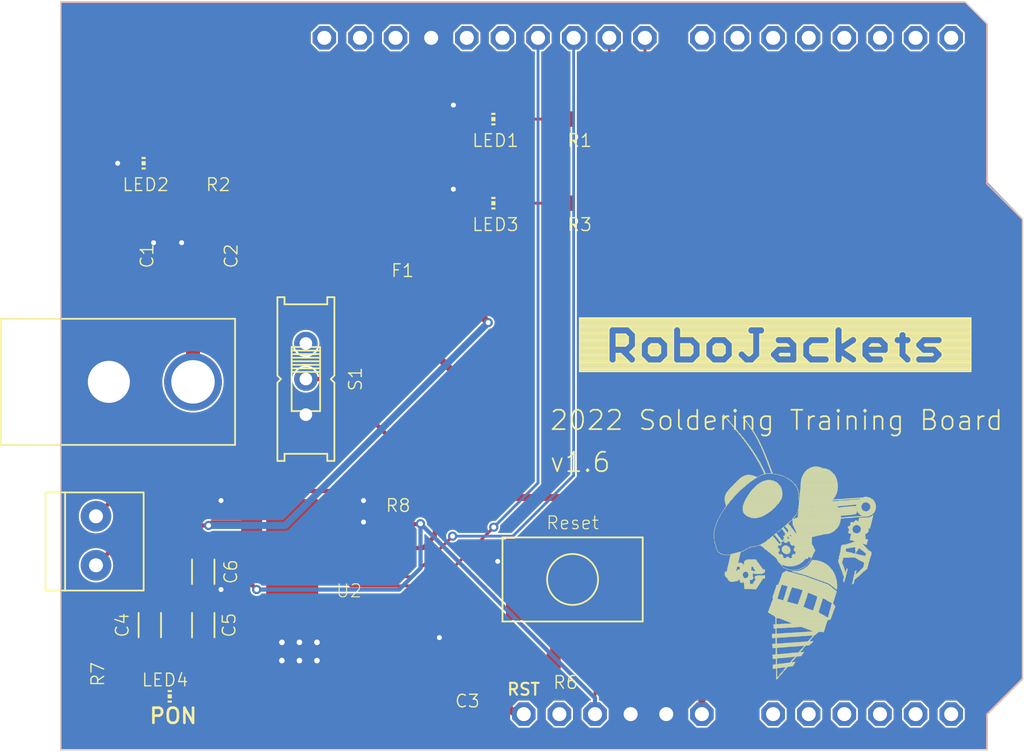
<source format=kicad_pcb>
(kicad_pcb (version 20221018) (generator pcbnew)
  (layers (0 "F.Cu" signal) (31 "B.Cu" signal) (34 "B.Paste" user) (35 "F.Paste" user) (36 "B.SilkS" user "B.Silkscreen") (37 "F.SilkS" user "F.Silkscreen") (38 "B.Mask" user) (39 "F.Mask" user) (44 "Edge.Cuts" user))
  (net 0 "")
  (net 1 "GND")
  (net 2 "3V")
  (net 3 "+12V")
  (net 4 "+5V")
  (net 5 "M1_FWD")
  (net 6 "M1_REV")
  (net 7 "N$14")
  (net 8 "N$15")
  (net 9 "N$16")
  (net 10 "N$10")
  (net 11 "N$11")
  (net 12 "RESET")
  (net 13 "OUT1")
  (net 14 "OUT2")
  (net 15 "VCP")
  (net 16 "CPH")
  (net 17 "CPL")
  (net 18 "VM")
  (net 19 "N$8")
  (net 20 "~{SLEEP}")
  (footprint "training_board:EG1218" (layer "F.Cu") (at 131.6811 105.2536 -90)
    (fp_text reference "S1" (at 0 -3 90) (layer "F.SilkS") (effects (font (size 0.906528 0.906528) (thickness 0.093472)) (justify top)))
    (fp_text value "EG1903-ND" hide)
    (pad "O" thru_hole circle (at -2.54 0 270) (size 1.6764 1.6764) (drill 0.9) (layers "*.Cu" "*.Mask"))
    (pad "P" thru_hole circle (at 0 0 270) (size 1.6764 1.6764) (drill 0.9) (layers "*.Cu" "*.Mask") (net 20 "~{SLEEP}"))
    (pad "S" thru_hole circle (at 2.54 0 270) (size 1.6764 1.6764) (drill 0.9) (layers "*.Cu" "*.Mask") (net 1 "GND"))
  )
  (footprint "training_board:CHIP-LED0603" (layer "F.Cu") (at 120.2611 89.8536 90)
    (fp_text reference "LED2" (at -1 0) (layer "F.SilkS") (effects (font (size 0.906528 0.906528) (thickness 0.093472)) (justify top)))
    (fp_text value "GREEN" hide)
    (pad "A" smd rect (at 0 0.75 90) (size 0.8 0.8) (layers "F.Cu" "F.Paste" "F.Mask") (net 9 "N$16"))
    (pad "C" smd rect (at 0 -0.75 90) (size 0.8 0.8) (layers "F.Cu" "F.Paste" "F.Mask") (net 1 "GND"))
  )
  (footprint "training_board:CAPC1608X85" (layer "F.Cu") (at 120.5511 122.8136 -90)
    (fp_text reference "C4" (at 0 1.4341 90) (layer "F.SilkS") (effects (font (size 0.906528 0.906528) (thickness 0.093472)) (justify bottom)))
    (fp_text value "0.1 uF")
    (pad "1" smd rect (at -0.7746 0 270) (size 0.9209 0.9702) (layers "F.Cu" "F.Paste" "F.Mask") (net 18 "VM"))
    (pad "2" smd rect (at 0.7746 0 270) (size 0.9209 0.9702) (layers "F.Cu" "F.Paste" "F.Mask") (net 1 "GND"))
  )
  (footprint "training_board:F1812" (layer "F.Cu") (at 139.6011 99.9536)
    (fp_text reference "F1" (at -1.905 -1.905) (layer "F.SilkS") (effects (font (size 0.906528 0.906528) (thickness 0.093472)) (justify left bottom)))
    (fp_text value "350 mA")
    (pad "1" smd rect (at -1.95 0) (size 1.9 3.4) (layers "F.Cu" "F.Paste" "F.Mask") (net 3 "+12V"))
    (pad "2" smd rect (at 1.95 0) (size 1.9 3.4) (layers "F.Cu" "F.Paste" "F.Mask") (net 18 "VM"))
  )
  (footprint "training_board:R0603" (layer "F.Cu") (at 118.0111 126.6236 90)
    (fp_text reference "R7" (at -0.635 -0.635 90) (layer "F.SilkS") (effects (font (size 0.906528 0.906528) (thickness 0.093472)) (justify left bottom)))
    (fp_text value "2.4K")
    (pad "1" smd rect (at -0.85 0 90) (size 1 1.1) (layers "F.Cu" "F.Paste" "F.Mask") (net 19 "N$8"))
    (pad "2" smd rect (at 0.85 0 90) (size 1 1.1) (layers "F.Cu" "F.Paste" "F.Mask") (net 18 "VM"))
  )
  (footprint "training_board:R0603" (layer "F.Cu") (at 150.2011 125.3736)
    (fp_text reference "R6" (at 0 1) (layer "F.SilkS") (effects (font (size 0.906528 0.906528) (thickness 0.093472)) (justify top)))
    (fp_text value "10K" hide)
    (pad "1" smd rect (at -0.85 0) (size 1 1.1) (layers "F.Cu" "F.Paste" "F.Mask") (net 12 "RESET"))
    (pad "2" smd rect (at 0.85 0) (size 1 1.1) (layers "F.Cu" "F.Paste" "F.Mask") (net 4 "+5V"))
  )
  (footprint "training_board:R0603" (layer "F.Cu") (at 125.4311 89.8536)
    (fp_text reference "R2" (at 0 1) (layer "F.SilkS") (effects (font (size 0.906528 0.906528) (thickness 0.093472)) (justify top)))
    (fp_text value "2.4K" hide)
    (pad "1" smd rect (at -0.85 0) (size 1 1.1) (layers "F.Cu" "F.Paste" "F.Mask") (net 9 "N$16"))
    (pad "2" smd rect (at 0.85 0) (size 1 1.1) (layers "F.Cu" "F.Paste" "F.Mask") (net 3 "+12V"))
  )
  (footprint "training_board:C0805" (layer "F.Cu") (at 143.2011 126.7036 180)
    (fp_text reference "C3" (at 0 -1) (layer "F.SilkS") (effects (font (size 0.906528 0.906528) (thickness 0.093472)) (justify top)))
    (fp_text value "0.1uF 16V" hide)
    (pad "1" smd rect (at -0.95 0 180) (size 1.3 1.5) (layers "F.Cu" "F.Paste" "F.Mask") (net 12 "RESET"))
    (pad "2" smd rect (at 0.95 0 180) (size 1.3 1.5) (layers "F.Cu" "F.Paste" "F.Mask") (net 1 "GND"))
  )
  (footprint "training_board:1X2-3.5MM" (layer "F.Cu") (at 116.7111 116.7436 -90)
    (fp_text reference "OUT0" hide)
    (fp_text value "1X2-3.5MM" hide)
    (pad "1" thru_hole circle (at 1.8 0 270) (size 2.1844 2.1844) (drill 1) (layers "*.Cu" "*.Mask") (net 14 "OUT2"))
    (pad "2" thru_hole circle (at -1.7 0 270) (size 2.1844 2.1844) (drill 1) (layers "*.Cu" "*.Mask") (net 13 "OUT1"))
  )
  (footprint "training_board:CHIP-LED0603" (layer "F.Cu") (at 145.2011 92.7036 90)
    (fp_text reference "LED3" (at -1 0) (layer "F.SilkS") (effects (font (size 0.906528 0.906528) (thickness 0.093472)) (justify top)))
    (fp_text value "ORANGE" hide)
    (pad "A" smd rect (at 0 0.75 90) (size 0.8 0.8) (layers "F.Cu" "F.Paste" "F.Mask") (net 8 "N$15"))
    (pad "C" smd rect (at 0 -0.75 90) (size 0.8 0.8) (layers "F.Cu" "F.Paste" "F.Mask") (net 1 "GND"))
  )
  (footprint "training_board:R0603" (layer "F.Cu") (at 151.2011 86.7036)
    (fp_text reference "R1" (at 0 1) (layer "F.SilkS") (effects (font (size 0.906528 0.906528) (thickness 0.093472)) (justify top)))
    (fp_text value "1K" hide)
    (pad "1" smd rect (at -0.85 0) (size 1 1.1) (layers "F.Cu" "F.Paste" "F.Mask") (net 7 "N$14"))
    (pad "2" smd rect (at 0.85 0) (size 1 1.1) (layers "F.Cu" "F.Paste" "F.Mask") (net 10 "N$10"))
  )
  (footprint "training_board:ROBOJACKETS" (layer "F.Cu") (at 151.2011 104.7036)
    (fp_text reference "U$1" hide)
    (fp_text value "" hide)
  )
  (footprint "training_board:CAPC1608X85" (layer "F.Cu") (at 124.3611 119.0036 -90)
    (fp_text reference "C6" (at 0 -1.4341 90) (layer "F.SilkS") (effects (font (size 0.906528 0.906528) (thickness 0.093472)) (justify top)))
    (fp_text value "22 nF")
    (pad "1" smd rect (at -0.7746 0 270) (size 0.9209 0.9702) (layers "F.Cu" "F.Paste" "F.Mask") (net 16 "CPH"))
    (pad "2" smd rect (at 0.7746 0 270) (size 0.9209 0.9702) (layers "F.Cu" "F.Paste" "F.Mask") (net 17 "CPL"))
  )
  (footprint "training_board:CHIP-LED0603" (layer "F.Cu") (at 121.8211 127.8936 -90)
    (fp_text reference "LED4" (at -0.635 1.905) (layer "F.SilkS") (effects (font (size 0.906528 0.906528) (thickness 0.093472)) (justify left bottom)))
    (fp_text value "GREEN")
    (pad "A" smd rect (at 0 0.75 270) (size 0.8 0.8) (layers "F.Cu" "F.Paste" "F.Mask") (net 19 "N$8"))
    (pad "C" smd rect (at 0 -0.75 270) (size 0.8 0.8) (layers "F.Cu" "F.Paste" "F.Mask") (net 1 "GND"))
  )
  (footprint "training_board:C0805" (layer "F.Cu") (at 124.8211 96.4736 90)
    (fp_text reference "C2" (at 0 1 90) (layer "F.SilkS") (effects (font (size 0.906528 0.906528) (thickness 0.093472)) (justify top)))
    (fp_text value "1uF 16V" hide)
    (pad "1" smd rect (at -0.95 0 90) (size 1.3 1.5) (layers "F.Cu" "F.Paste" "F.Mask") (net 3 "+12V"))
    (pad "2" smd rect (at 0.95 0 90) (size 1.3 1.5) (layers "F.Cu" "F.Paste" "F.Mask") (net 1 "GND"))
  )
  (footprint "training_board:ARDUINOR3-NOTEXT-NOIOREF" (layer "F.Cu") (at 114.2011 131.7036)
    (fp_text reference "Q2" hide)
    (fp_text value "ARDUINOR3-NOIOREF-NOTEXT" hide)
    (pad "3V" thru_hole roundrect (at 35.56 -2.54) (size 1.6764 1.6764) (drill 1) (layers "*.Cu" "*.Mask") (chamfer_ratio 0.2928932188) (chamfer top_left top_right bottom_left bottom_right) (net 2 "3V"))
    (pad "5V" thru_hole roundrect (at 38.1 -2.54) (size 1.6764 1.6764) (drill 1) (layers "*.Cu" "*.Mask") (chamfer_ratio 0.2928932188) (chamfer top_left top_right bottom_left bottom_right) (net 4 "+5V"))
    (pad "A0" thru_hole roundrect (at 50.8 -2.54) (size 1.6764 1.6764) (drill 1) (layers "*.Cu" "*.Mask") (chamfer_ratio 0.2928932188) (chamfer top_left top_right bottom_left bottom_right))
    (pad "A1" thru_hole roundrect (at 53.34 -2.54) (size 1.6764 1.6764) (drill 1) (layers "*.Cu" "*.Mask") (chamfer_ratio 0.2928932188) (chamfer top_left top_right bottom_left bottom_right))
    (pad "A2" thru_hole roundrect (at 55.88 -2.54) (size 1.6764 1.6764) (drill 1) (layers "*.Cu" "*.Mask") (chamfer_ratio 0.2928932188) (chamfer top_left top_right bottom_left bottom_right))
    (pad "A3" thru_hole roundrect (at 58.42 -2.54) (size 1.6764 1.6764) (drill 1) (layers "*.Cu" "*.Mask") (chamfer_ratio 0.2928932188) (chamfer top_left top_right bottom_left bottom_right))
    (pad "A4" thru_hole roundrect (at 60.96 -2.54) (size 1.6764 1.6764) (drill 1) (layers "*.Cu" "*.Mask") (chamfer_ratio 0.2928932188) (chamfer top_left top_right bottom_left bottom_right))
    (pad "A5" thru_hole roundrect (at 63.5 -2.54) (size 1.6764 1.6764) (drill 1) (layers "*.Cu" "*.Mask") (chamfer_ratio 0.2928932188) (chamfer top_left top_right bottom_left bottom_right))
    (pad "AREF" thru_hole roundrect (at 23.876 -50.8) (size 1.6764 1.6764) (drill 1) (layers "*.Cu" "*.Mask") (chamfer_ratio 0.2928932188) (chamfer top_left top_right bottom_left bottom_right))
    (pad "D0" thru_hole roundrect (at 63.5 -50.8) (size 1.6764 1.6764) (drill 1) (layers "*.Cu" "*.Mask") (chamfer_ratio 0.2928932188) (chamfer top_left top_right bottom_left bottom_right))
    (pad "D1" thru_hole roundrect (at 60.96 -50.8) (size 1.6764 1.6764) (drill 1) (layers "*.Cu" "*.Mask") (chamfer_ratio 0.2928932188) (chamfer top_left top_right bottom_left bottom_right))
    (pad "D2" thru_hole roundrect (at 58.42 -50.8) (size 1.6764 1.6764) (drill 1) (layers "*.Cu" "*.Mask") (chamfer_ratio 0.2928932188) (chamfer top_left top_right bottom_left bottom_right))
    (pad "D3" thru_hole roundrect (at 55.88 -50.8) (size 1.6764 1.6764) (drill 1) (layers "*.Cu" "*.Mask") (chamfer_ratio 0.2928932188) (chamfer top_left top_right bottom_left bottom_right))
    (pad "D4" thru_hole roundrect (at 53.34 -50.8) (size 1.6764 1.6764) (drill 1) (layers "*.Cu" "*.Mask") (chamfer_ratio 0.2928932188) (chamfer top_left top_right bottom_left bottom_right))
    (pad "D5" thru_hole roundrect (at 50.8 -50.8) (size 1.6764 1.6764) (drill 1) (layers "*.Cu" "*.Mask") (chamfer_ratio 0.2928932188) (chamfer top_left top_right bottom_left bottom_right))
    (pad "D6" thru_hole roundrect (at 48.26 -50.8) (size 1.6764 1.6764) (drill 1) (layers "*.Cu" "*.Mask") (chamfer_ratio 0.2928932188) (chamfer top_left top_right bottom_left bottom_right))
    (pad "D7" thru_hole roundrect (at 45.72 -50.8) (size 1.6764 1.6764) (drill 1) (layers "*.Cu" "*.Mask") (chamfer_ratio 0.2928932188) (chamfer top_left top_right bottom_left bottom_right))
    (pad "D8" thru_hole roundrect (at 41.656 -50.8) (size 1.6764 1.6764) (drill 1) (layers "*.Cu" "*.Mask") (chamfer_ratio 0.2928932188) (chamfer top_left top_right bottom_left bottom_right) (net 11 "N$11"))
    (pad "D9" thru_hole roundrect (at 39.116 -50.8) (size 1.6764 1.6764) (drill 1) (layers "*.Cu" "*.Mask") (chamfer_ratio 0.2928932188) (chamfer top_left top_right bottom_left bottom_right) (net 10 "N$10"))
    (pad "D10" thru_hole roundrect (at 36.576 -50.8) (size 1.6764 1.6764) (drill 1) (layers "*.Cu" "*.Mask") (chamfer_ratio 0.2928932188) (chamfer top_left top_right bottom_left bottom_right) (net 5 "M1_FWD"))
    (pad "D11" thru_hole roundrect (at 34.036 -50.8) (size 1.6764 1.6764) (drill 1) (layers "*.Cu" "*.Mask") (chamfer_ratio 0.2928932188) (chamfer top_left top_right bottom_left bottom_right) (net 6 "M1_REV"))
    (pad "D12" thru_hole roundrect (at 31.496 -50.8) (size 1.6764 1.6764) (drill 1) (layers "*.Cu" "*.Mask") (chamfer_ratio 0.2928932188) (chamfer top_left top_right bottom_left bottom_right))
    (pad "D13" thru_hole roundrect (at 28.956 -50.8) (size 1.6764 1.6764) (drill 1) (layers "*.Cu" "*.Mask") (chamfer_ratio 0.2928932188) (chamfer top_left top_right bottom_left bottom_right))
    (pad "GND" thru_hole roundrect (at 26.416 -50.8) (size 1.6764 1.6764) (drill 1) (layers "*.Cu" "*.Mask") (chamfer_ratio 0.2928932188) (chamfer top_left top_right bottom_left bottom_right) (net 1 "GND"))
    (pad "GND1" thru_hole roundrect (at 43.18 -2.54) (size 1.6764 1.6764) (drill 1) (layers "*.Cu" "*.Mask") (chamfer_ratio 0.2928932188) (chamfer top_left top_right bottom_left bottom_right) (net 1 "GND"))
    (pad "GND2" thru_hole roundrect (at 40.64 -2.54) (size 1.6764 1.6764) (drill 1) (layers "*.Cu" "*.Mask") (chamfer_ratio 0.2928932188) (chamfer top_left top_right bottom_left bottom_right) (net 1 "GND"))
    (pad "RESET" thru_hole roundrect (at 33.02 -2.54) (size 1.6764 1.6764) (drill 1) (layers "*.Cu" "*.Mask") (chamfer_ratio 0.2928932188) (chamfer top_left top_right bottom_left bottom_right) (net 12 "RESET"))
    (pad "SCL" thru_hole roundrect (at 18.796 -50.8) (size 1.6764 1.6764) (drill 1) (layers "*.Cu" "*.Mask") (chamfer_ratio 0.2928932188) (chamfer top_left top_right bottom_left bottom_right))
    (pad "SDA" thru_hole roundrect (at 21.336 -50.8) (size 1.6764 1.6764) (drill 1) (layers "*.Cu" "*.Mask") (chamfer_ratio 0.2928932188) (chamfer top_left top_right bottom_left bottom_right))
    (pad "VIN" thru_hole roundrect (at 45.72 -2.54) (size 1.6764 1.6764) (drill 1) (layers "*.Cu" "*.Mask") (chamfer_ratio 0.2928932188) (chamfer top_left top_right bottom_left bottom_right) (net 3 "+12V"))
  )
  (footprint "training_board:PTS645" (layer "F.Cu") (at 150.7011 119.5536)
    (fp_text reference "SW1" hide)
    (fp_text value "PTS645" hide)
    (pad "1" smd rect (at -3.975 -2.25) (size 1.55 1.3) (layers "F.Cu" "F.Paste" "F.Mask") (net 1 "GND"))
    (pad "2" smd rect (at 3.975 -2.25) (size 1.55 1.3) (layers "F.Cu" "F.Paste" "F.Mask") (net 1 "GND"))
    (pad "3" smd rect (at -3.975 2.25) (size 1.55 1.3) (layers "F.Cu" "F.Paste" "F.Mask") (net 12 "RESET"))
    (pad "4" smd rect (at 4.025 2.25) (size 1.55 1.3) (layers "F.Cu" "F.Paste" "F.Mask") (net 12 "RESET"))
  )
  (footprint "training_board:R0603" (layer "F.Cu") (at 137.9501 116.4636 90)
    (fp_text reference "R8" (at 1.651 -0.635) (layer "F.SilkS") (effects (font (size 0.906528 0.906528) (thickness 0.093472)) (justify left bottom)))
    (fp_text value "10k")
    (pad "1" smd rect (at -0.85 0 90) (size 1 1.1) (layers "F.Cu" "F.Paste" "F.Mask") (net 20 "~{SLEEP}"))
    (pad "2" smd rect (at 0.85 0 90) (size 1 1.1) (layers "F.Cu" "F.Paste" "F.Mask") (net 4 "+5V"))
  )
  (footprint "training_board:C0805" (layer "F.Cu") (at 118.8211 96.4736 90)
    (fp_text reference "C1" (at 0 1 90) (layer "F.SilkS") (effects (font (size 0.906528 0.906528) (thickness 0.093472)) (justify top)))
    (fp_text value "0.1uF 16V" hide)
    (pad "1" smd rect (at -0.95 0 90) (size 1.3 1.5) (layers "F.Cu" "F.Paste" "F.Mask") (net 3 "+12V"))
    (pad "2" smd rect (at 0.95 0 90) (size 1.3 1.5) (layers "F.Cu" "F.Paste" "F.Mask") (net 1 "GND"))
  )
  (footprint "training_board:CHIP-LED0603" (layer "F.Cu") (at 145.2011 86.7036 90)
    (fp_text reference "LED1" (at -1 0) (layer "F.SilkS") (effects (font (size 0.906528 0.906528) (thickness 0.093472)) (justify top)))
    (fp_text value "ORANGE" hide)
    (pad "A" smd rect (at 0 0.75 90) (size 0.8 0.8) (layers "F.Cu" "F.Paste" "F.Mask") (net 7 "N$14"))
    (pad "C" smd rect (at 0 -0.75 90) (size 0.8 0.8) (layers "F.Cu" "F.Paste" "F.Mask") (net 1 "GND"))
  )
  (footprint "training_board:ROBOBUZZ_1.0X" (layer "F.Cu") (at 165.2011 126.7036)
    (fp_text reference "U$2" hide)
    (fp_text value "" hide)
  )
  (footprint "training_board:PJ-037A" (layer "F.Cu") (at 117.6311 105.4536)
    (fp_text reference "J1" hide)
    (fp_text value "MAIN_PWR" hide)
    (pad "P$1" thru_hole circle (at 0 0) (size 4.016 4.016) (drill 3) (layers "*.Cu" "*.Mask") (net 1 "GND"))
    (pad "P$2" thru_hole circle (at 6 0) (size 4.116 4.116) (drill 3.1) (layers "*.Cu" "*.Mask") (net 3 "+12V"))
  )
  (footprint "training_board:CAPC1608X85" (layer "F.Cu") (at 124.3611 122.8136 90)
    (fp_text reference "C5" (at 0 2.3759 90) (layer "F.SilkS") (effects (font (size 0.906528 0.906528) (thickness 0.093472)) (justify bottom)))
    (fp_text value "0.1 uF")
    (pad "1" smd rect (at -0.7746 0 90) (size 0.9209 0.9702) (layers "F.Cu" "F.Paste" "F.Mask") (net 18 "VM"))
    (pad "2" smd rect (at 0.7746 0 90) (size 0.9209 0.9702) (layers "F.Cu" "F.Paste" "F.Mask") (net 15 "VCP"))
  )
  (footprint "training_board:PWP0016J_NV" (layer "F.Cu") (at 130.7111 116.4636 180)
    (fp_text reference "U2" (at -3.0734 -4.445) (layer "F.SilkS") (effects (font (size 0.928372 0.928372) (thickness 0.071628)) (justify left bottom)))
    (fp_text value "DRV8876PWPRPWP0016J_NV" hide)
    (pad "1" smd rect (at -2.9 -2.275 270) (size 0.45 1.5) (layers "F.Cu" "F.Paste" "F.Mask") (net 6 "M1_REV"))
    (pad "2" smd rect (at -2.9 -1.624996 270) (size 0.45 1.5) (layers "F.Cu" "F.Paste" "F.Mask") (net 5 "M1_FWD"))
    (pad "3" smd rect (at -2.9 -0.975 270) (size 0.45 1.5) (layers "F.Cu" "F.Paste" "F.Mask") (net 20 "~{SLEEP}"))
    (pad "4" smd rect (at -2.9 -0.324996 270) (size 0.45 1.5) (layers "F.Cu" "F.Paste" "F.Mask"))
    (pad "5" smd rect (at -2.9 0.325 270) (size 0.45 1.5) (layers "F.Cu" "F.Paste" "F.Mask") (net 4 "+5V"))
    (pad "6" smd rect (at -2.9 0.975003 270) (size 0.45 1.5) (layers "F.Cu" "F.Paste" "F.Mask") (net 1 "GND"))
    (pad "7" smd rect (at -2.9 1.625 270) (size 0.45 1.5) (layers "F.Cu" "F.Paste" "F.Mask") (net 1 "GND"))
    (pad "8" smd rect (at -2.9 2.275003 270) (size 0.45 1.5) (layers "F.Cu" "F.Paste" "F.Mask") (net 13 "OUT1"))
    (pad "9" smd rect (at 2.9 2.275003 270) (size 0.45 1.5) (layers "F.Cu" "F.Paste" "F.Mask") (net 1 "GND"))
    (pad "10" smd rect (at 2.9 1.625 270) (size 0.45 1.5) (layers "F.Cu" "F.Paste" "F.Mask") (net 14 "OUT2"))
    (pad "11" smd rect (at 2.9 0.975003 270) (size 0.45 1.5) (layers "F.Cu" "F.Paste" "F.Mask") (net 18 "VM"))
    (pad "12" smd rect (at 2.9 0.325 270) (size 0.45 1.5) (layers "F.Cu" "F.Paste" "F.Mask") (net 15 "VCP"))
    (pad "13" smd rect (at 2.9 -0.324996 270) (size 0.45 1.5) (layers "F.Cu" "F.Paste" "F.Mask") (net 16 "CPH"))
    (pad "14" smd rect (at 2.9 -0.975 270) (size 0.45 1.5) (layers "F.Cu" "F.Paste" "F.Mask") (net 17 "CPL"))
    (pad "15" smd rect (at 2.9 -1.624996 270) (size 0.45 1.5) (layers "F.Cu" "F.Paste" "F.Mask") (net 1 "GND"))
    (pad "16" smd rect (at 2.9 -2.275 270) (size 0.45 1.5) (layers "F.Cu" "F.Paste" "F.Mask") (net 4 "+5V"))
    (pad "17" smd rect (at 0 0 180) (size 3.4 5) (layers "F.Cu" "F.Paste" "F.Mask") (net 1 "GND"))
  )
  (footprint "training_board:R0603" (layer "F.Cu") (at 151.2011 92.7036)
    (fp_text reference "R3" (at 0 1) (layer "F.SilkS") (effects (font (size 0.906528 0.906528) (thickness 0.093472)) (justify top)))
    (fp_text value "1K" hide)
    (pad "1" smd rect (at -0.85 0) (size 1 1.1) (layers "F.Cu" "F.Paste" "F.Mask") (net 8 "N$15"))
    (pad "2" smd rect (at 0.85 0) (size 1 1.1) (layers "F.Cu" "F.Paste" "F.Mask") (net 11 "N$11"))
  )
  (gr_line (start 114.2011 131.7036) (end 180.3011 131.7036) (stroke (width 0.05)) (layer "Edge.Cuts"))
  (gr_line (start 180.3011 131.7036) (end 180.3011 129.2036) (stroke (width 0.05)) (layer "Edge.Cuts"))
  (gr_line (start 180.3011 129.2036) (end 182.8011 126.7036) (stroke (width 0.05)) (layer "Edge.Cuts"))
  (gr_line (start 182.8011 93.8036) (end 180.3011 91.2036) (stroke (width 0.05)) (layer "Edge.Cuts"))
  (gr_line (start 114.2011 78.3036) (end 114.2011 131.7036) (stroke (width 0.05)) (layer "Edge.Cuts"))
  (gr_line (start 178.7011 78.3036) (end 114.2011 78.3036) (stroke (width 0.05)) (layer "Edge.Cuts"))
  (gr_line (start 182.8011 126.7036) (end 182.8011 93.8036) (stroke (width 0.05)) (layer "Edge.Cuts"))
  (gr_line (start 180.3011 91.2036) (end 180.3011 79.9036) (stroke (width 0.05)) (layer "Edge.Cuts"))
  (gr_line (start 180.3011 79.9036) (end 178.7011 78.3036) (stroke (width 0.05)) (layer "Edge.Cuts"))
  (gr_text "v1.6" (at 149 112) (layer "F.SilkS") (effects (font (size 1.38 1.38) (thickness 0.12)) (justify left bottom)))
  (gr_text "PON" (at 120.4241 129.9256) (layer "F.SilkS") (effects (font (size 1.0795 1.0795) (thickness 0.1905)) (justify left bottom)))
  (gr_text "Reset" (at 150.7011 116.0536) (layer "F.SilkS") (effects (font (size 0.92 0.92) (thickness 0.08)) (justify bottom)))
  (gr_text "2022 Soldering Training Board\n" (at 149 109) (layer "F.SilkS") (effects (font (size 1.38 1.38) (thickness 0.12)) (justify left bottom)))
  (gr_text "RST" (at 145.9511 127.8936) (layer "F.SilkS") (effects (font (size 0.85 0.85)) (justify left bottom)))
  (segment (start 157.3811 120.0086) (end 157.3811 129.1636) (width 0.5) (layer "F.Cu") (net 1))
  (segment (start 125.6311 119.551863) (end 125.6311 120.2736) (width 0.3) (layer "F.Cu") (net 1))
  (segment (start 120.5511 123.5882) (end 122.3065 125.3436) (width 0.3) (layer "F.Cu") (net 1))
  (segment (start 154.6761 117.3036) (end 157.3811 120.0086) (width 0.5) (layer "F.Cu") (net 1))
  (segment (start 122.8211 95.5236) (end 124.8211 95.5236) (width 1) (layer "F.Cu") (net 1))
  (segment (start 134.8761 114.8386) (end 135.7911 113.9236) (width 0.3) (layer "F.Cu") (net 1))
  (segment (start 144.4511 86.7036) (end 143.2011 86.7036) (width 0.2) (layer "F.Cu") (net 1))
  (segment (start 141.2011 125.6536) (end 141.2011 123.7036) (width 0.2) (layer "F.Cu") (net 1))
  (segment (start 118.8211 95.5236) (end 120.8211 95.5236) (width 1) (layer "F.Cu") (net 1))
  (segment (start 133.6111 115.488597) (end 133.641696 115.458) (width 0.3) (layer "F.Cu") (net 1))
  (segment (start 142.2511 126.7036) (end 141.2011 125.6536) (width 0.2) (layer "F.Cu") (net 1))
  (segment (start 126.946362 118.2366) (end 125.6311 119.551863) (width 0.3) (layer "F.Cu") (net 1))
  (segment (start 145.3611 118.2636) (end 146.3211 117.3036) (width 0.5) (layer "F.Cu") (net 1))
  (segment (start 144.4511 92.7036) (end 143.2011 92.7036) (width 0.2) (layer "F.Cu") (net 1))
  (segment (start 146.7261 117.3036) (end 154.6761 117.3036) (width 0.5) (layer "F.Cu") (net 1))
  (segment (start 133.6111 114.8386) (end 134.8761 114.8386) (width 0.3) (layer "F.Cu") (net 1))
  (segment (start 127.8111 114.188597) (end 127.546103 113.9236) (width 0.3) (layer "F.Cu") (net 1))
  (segment (start 146.3211 117.3036) (end 146.7261 117.3036) (width 0.5) (layer "F.Cu") (net 1))
  (segment (start 119.5111 89.8536) (end 118.2611 89.8536) (width 0.2) (layer "F.Cu") (net 1))
  (segment (start 124.3611 125.3436) (end 129.9711 125.3436) (width 0.3) (layer "F.Cu") (net 1))
  (segment (start 127.663096 118.2366) (end 126.946362 118.2366) (width 0.3) (layer "F.Cu") (net 1))
  (segment (start 143.2011 92.7036) (end 142.2011 91.7036) (width 0.2) (layer "F.Cu") (net 1))
  (segment (start 127.8111 118.088597) (end 127.663096 118.2366) (width 0.3) (layer "F.Cu") (net 1))
  (segment (start 127.546103 113.9236) (end 125.6311 113.9236) (width 0.3) (layer "F.Cu") (net 1))
  (segment (start 124.3611 126.1036) (end 124.3611 125.3436) (width 0.3) (layer "F.Cu") (net 1))
  (segment (start 122.3065 125.3436) (end 124.3611 125.3436) (width 0.3) (layer "F.Cu") (net 1))
  (segment (start 143.2011 86.7036) (end 142.2011 85.7036) (width 0.2) (layer "F.Cu") (net 1))
  (segment (start 133.641696 115.458) (end 135.7911 115.458) (width 0.3) (layer "F.Cu") (net 1))
  (segment (start 122.5711 127.8936) (end 124.3611 126.1036) (width 0.3) (layer "F.Cu") (net 1))
  (via (at 122.8211 95.5236) (size 0.6548) (drill 0.35) (layers "F.Cu" "B.Cu") (net 1))
  (via (at 142.2011 91.7036) (size 0.6548) (drill 0.35) (layers "F.Cu" "B.Cu") (net 1))
  (via (at 118.2611 89.8536) (size 0.6548) (drill 0.35) (layers "F.Cu" "B.Cu") (net 1))
  (via (at 142.2011 85.7036) (size 0.6548) (drill 0.35) (layers "F.Cu" "B.Cu") (net 1))
  (via (at 120.8211 95.5236) (size 0.6548) (drill 0.35) (layers "F.Cu" "B.Cu") (net 1))
  (via (at 135.7911 115.458) (size 0.6548) (drill 0.35) (layers "F.Cu" "B.Cu") (net 1))
  (via (at 131.2211 124.0436) (size 0.7048) (drill 0.4) (layers "F.Cu" "B.Cu") (net 1))
  (via (at 129.9711 125.3436) (size 0.7048) (drill 0.4) (layers "F.Cu" "B.Cu") (net 1))
  (via (at 125.6311 113.9236) (size 0.6548) (drill 0.35) (layers "F.Cu" "B.Cu") (net 1))
  (via (at 131.2211 125.3436) (size 0.7048) (drill 0.4) (layers "F.Cu" "B.Cu") (net 1))
  (via (at 141.2011 123.7036) (size 0.6548) (drill 0.35) (layers "F.Cu" "B.Cu") (net 1))
  (via (at 132.4711 125.3436) (size 0.7048) (drill 0.4) (layers "F.Cu" "B.Cu") (net 1))
  (via (at 135.7911 113.9236) (size 0.6548) (drill 0.35) (layers "F.Cu" "B.Cu") (net 1))
  (via (at 145.3611 118.2636) (size 0.6548) (drill 0.35) (layers "F.Cu" "B.Cu") (net 1))
  (via (at 132.4711 124.0436) (size 0.7048) (drill 0.4) (layers "F.Cu" "B.Cu") (net 1))
  (via (at 129.9711 124.0436) (size 0.7048) (drill 0.4) (layers "F.Cu" "B.Cu") (net 1))
  (via (at 125.6311 120.2736) (size 0.6548) (drill 0.35) (layers "F.Cu" "B.Cu") (net 1))
  (segment (start 159.9211 119.4236) (end 159.9211 129.1636) (width 0.5) (layer "F.Cu") (net 3))
  (segment (start 127.8311 91.4036) (end 127.8311 95.3236) (width 0.2) (layer "F.Cu") (net 3))
  (segment (start 137.6511 99.9536) (end 137.6511 100.2036) (width 0.5) (layer "F.Cu") (net 3))
  (segment (start 124.8211 97.4236) (end 123.6311 98.6136) (width 1) (layer "F.Cu") (net 3))
  (segment (start 118.8211 97.4236) (end 124.8211 97.4236) (width 1) (layer "F.Cu") (net 3))
  (segment (start 124.8211 97.4236) (end 135.1211 97.4236) (width 1) (layer "F.Cu") (net 3))
  (segment (start 142.1111 104.6636) (end 141.0411 103.5936) (width 0.5) (layer "F.Cu") (net 3))
  (segment (start 123.6311 98.6136) (end 123.6311 105.4536) (width 1) (layer "F.Cu") (net 3))
  (segment (start 137.6511 100.2036) (end 140.2011 102.7536) (width 0.5) (layer "F.Cu") (net 3))
  (segment (start 144.1511 113.7036) (end 154.2011 113.7036) (width 0.5) (layer "F.Cu") (net 3))
  (segment (start 144.1511 113.7036) (end 142.1111 111.6636) (width 0.5) (layer "F.Cu") (net 3))
  (segment (start 141.0411 103.5936) (end 140.2011 102.7536) (width 0.5) (layer "F.Cu") (net 3))
  (segment (start 125.7311 97.4236) (end 124.8211 97.4236) (width 0.2) (layer "F.Cu") (net 3))
  (segment (start 126.2811 89.8536) (end 127.8311 91.4036) (width 0.2) (layer "F.Cu") (net 3))
  (segment (start 127.8311 95.3236) (end 125.7311 97.4236) (width 0.2) (layer "F.Cu") (net 3))
  (segment (start 154.2011 113.7036) (end 159.9211 119.4236) (width 0.5) (layer "F.Cu") (net 3))
  (segment (start 142.1111 111.6636) (end 142.1111 104.6636) (width 0.5) (layer "F.Cu") (net 3))
  (segment (start 135.1211 97.4236) (end 137.6511 99.9536) (width 1) (layer "F.Cu") (net 3))
  (segment (start 139.8161 115.6136) (end 137.9501 115.6136) (width 0.3) (layer "F.Cu") (net 4))
  (segment (start 139.8551 115.5746) (end 139.8161 115.6136) (width 0.3) (layer "F.Cu") (net 4))
  (segment (start 151.0511 125.3736) (end 152.3011 126.6236) (width 0.2) (layer "F.Cu") (net 4))
  (segment (start 127.8111 119.9136) (end 128.1711 120.2736) (width 0.3) (layer "F.Cu") (net 4))
  (segment (start 137.4251 116.1386) (end 133.6111 116.1386) (width 0.3) (layer "F.Cu") (net 4))
  (segment (start 152.3011 126.6236) (end 152.3011 129.1636) (width 0.2) (layer "F.Cu") (net 4))
  (segment (start 137.9501 115.6136) (end 137.4251 116.1386) (width 0.3) (layer "F.Cu") (net 4))
  (segment (start 127.8111 118.7386) (end 127.8111 119.9136) (width 0.3) (layer "F.Cu") (net 4))
  (via (at 128.1711 120.2736) (size 0.6548) (drill 0.35) (layers "F.Cu" "B.Cu") (net 4))
  (via (at 139.8551 115.5746) (size 0.6548) (drill 0.35) (layers "F.Cu" "B.Cu") (net 4))
  (segment (start 139.8551 118.7496) (end 138.3311 120.2736) (width 0.3) (layer "B.Cu") (net 4))
  (segment (start 139.8551 118.7496) (end 139.8551 115.5746) (width 0.3) (layer "B.Cu") (net 4))
  (segment (start 152.3011 128.0206) (end 139.8551 115.5746) (width 0.3) (layer "B.Cu") (net 4))
  (segment (start 152.3011 129.1636) (end 152.3011 128.0206) (width 0.3) (layer "B.Cu") (net 4))
  (segment (start 128.1711 120.2736) (end 138.3311 120.2736) (width 0.3) (layer "B.Cu") (net 4))
  (segment (start 134.8811 118.088597) (end 133.6111 118.088597) (width 0.2) (layer "F.Cu") (net 5))
  (segment (start 139.246103 119.358597) (end 136.1511 119.358597) (width 0.2) (layer "F.Cu") (net 5))
  (segment (start 142.1411 116.4636) (end 139.246103 119.358597) (width 0.2) (layer "F.Cu") (net 5))
  (segment (start 136.1511 119.358597) (end 134.8811 118.088597) (width 0.2) (layer "F.Cu") (net 5))
  (via (at 142.1411 116.4636) (size 0.6548) (drill 0.35) (layers "F.Cu" "B.Cu") (net 5))
  (segment (start 150.7771 112.1276) (end 146.4411 116.4636) (width 0.2) (layer "B.Cu") (net 5))
  (segment (start 150.7771 80.9036) (end 150.7771 112.1276) (width 0.2) (layer "B.Cu") (net 5))
  (segment (start 146.4411 116.4636) (end 142.1411 116.4636) (width 0.2) (layer "B.Cu") (net 5))
  (segment (start 134.8811 120.0086) (end 133.6111 118.7386) (width 0.2) (layer "F.Cu") (net 6))
  (segment (start 145.0805 115.8242) (end 140.8961 120.0086) (width 0.2) (layer "F.Cu") (net 6))
  (segment (start 140.8961 120.0086) (end 134.8811 120.0086) (width 0.2) (layer "F.Cu") (net 6))
  (via (at 145.0805 115.8242) (size 0.6548) (drill 0.35) (layers "F.Cu" "B.Cu") (net 6))
  (segment (start 148.2371 112.6676) (end 145.0805 115.8242) (width 0.2) (layer "B.Cu") (net 6))
  (segment (start 148.2371 80.9036) (end 148.2371 112.6676) (width 0.2) (layer "B.Cu") (net 6))
  (segment (start 145.9511 86.7036) (end 150.3511 86.7036) (width 0.2) (layer "F.Cu") (net 7))
  (segment (start 145.9511 92.7036) (end 150.3511 92.7036) (width 0.2) (layer "F.Cu") (net 8))
  (segment (start 121.0111 89.8536) (end 124.5811 89.8536) (width 0.2) (layer "F.Cu") (net 9))
  (segment (start 153.3171 80.9036) (end 153.3171 85.4376) (width 0.2) (layer "F.Cu") (net 10))
  (segment (start 153.3171 85.4376) (end 152.0511 86.7036) (width 0.2) (layer "F.Cu") (net 10))
  (segment (start 155.8571 80.9036) (end 155.8571 88.8976) (width 0.2) (layer "F.Cu") (net 11))
  (segment (start 155.8571 88.8976) (end 152.0511 92.7036) (width 0.2) (layer "F.Cu") (net 11))
  (segment (start 148.0211 126.7036) (end 144.1511 126.7036) (width 0.5) (layer "F.Cu") (net 12))
  (segment (start 144.1511 126.7036) (end 146.6111 129.1636) (width 0.5) (layer "F.Cu") (net 12))
  (segment (start 149.3511 125.3736) (end 149.3511 123.9936) (width 0.5) (layer "F.Cu") (net 12))
  (segment (start 149.3511 125.3736) (end 148.0211 126.7036) (width 0.5) (layer "F.Cu") (net 12))
  (segment (start 149.3511 123.9936) (end 151.5411 121.8036) (width 0.5) (layer "F.Cu") (net 12))
  (segment (start 154.7261 121.8036) (end 151.5411 121.8036) (width 0.5) (layer "F.Cu") (net 12))
  (segment (start 151.5411 121.8036) (end 146.7261 121.8036) (width 0.5) (layer "F.Cu") (net 12))
  (segment (start 146.6111 129.1636) (end 147.2211 129.1636) (width 0.5) (layer "F.Cu") (net 12))
  (segment (start 118.5117 113.243) (end 116.7111 115.0436) (width 0.3) (layer "F.Cu") (net 13))
  (segment (start 133.352237 113.243) (end 118.5117 113.243) (width 0.3) (layer "F.Cu") (net 13))
  (segment (start 133.6111 113.501863) (end 133.352237 113.243) (width 0.3) (layer "F.Cu") (net 13))
  (segment (start 133.6111 114.188597) (end 133.6111 113.501863) (width 0.3) (layer "F.Cu") (net 13))
  (segment (start 127.8111 114.8386) (end 120.4161 114.8386) (width 0.3) (layer "F.Cu") (net 14))
  (segment (start 120.4161 114.8386) (end 116.7111 118.5436) (width 0.3) (layer "F.Cu") (net 14))
  (segment (start 125.699628 116.286597) (end 127.663103 116.286597) (width 0.3) (layer "F.Cu") (net 15))
  (segment (start 127.663103 116.286597) (end 127.8111 116.1386) (width 0.3) (layer "F.Cu") (net 15))
  (segment (start 124.494675 117.49155) (end 125.699628 116.286597) (width 0.3) (layer "F.Cu") (net 15))
  (segment (start 123.0911 121.5436) (end 123.0911 117.7336) (width 0.3) (layer "F.Cu") (net 15))
  (segment (start 123.0911 117.7336) (end 123.33315 117.49155) (width 0.3) (layer "F.Cu") (net 15))
  (segment (start 123.33315 117.49155) (end 124.494675 117.49155) (width 0.3) (layer "F.Cu") (net 15))
  (segment (start 124.3611 122.039) (end 123.5865 122.039) (width 0.3) (layer "F.Cu") (net 15))
  (segment (start 123.5865 122.039) (end 123.0911 121.5436) (width 0.3) (layer "F.Cu") (net 15))
  (segment (start 125.801503 116.788597) (end 124.3611 118.229) (width 0.3) (layer "F.Cu") (net 16))
  (segment (start 127.8111 116.788597) (end 125.801503 116.788597) (width 0.3) (layer "F.Cu") (net 16))
  (segment (start 127.8111 117.4386) (end 126.7007 117.4386) (width 0.3) (layer "F.Cu") (net 17))
  (segment (start 126.7007 117.4386) (end 124.3611 119.7782) (width 0.3) (layer "F.Cu") (net 17))
  (segment (start 122.5831 115.7016) (end 120.5511 117.7336) (width 0.3) (layer "F.Cu") (net 18))
  (segment (start 124.955103 115.488597) (end 124.7421 115.7016) (width 0.3) (layer "F.Cu") (net 18))
  (segment (start 127.8111 115.488597) (end 124.955103 115.488597) (width 0.3) (layer "F.Cu") (net 18))
  (segment (start 143.4111 99.9536) (end 144.6811 101.2236) (width 0.5) (layer "F.Cu") (net 18))
  (segment (start 120.5511 122.039) (end 118.0111 124.579) (width 0.3) (layer "F.Cu") (net 18))
  (segment (start 120.5511 117.7336) (end 120.5511 122.039) (width 0.3) (layer "F.Cu") (net 18))
  (segment (start 141.5511 99.9536) (end 143.4111 99.9536) (width 0.5) (layer "F.Cu") (net 18))
  (segment (start 124.3611 123.5882) (end 122.1003 123.5882) (width 0.3) (layer "F.Cu") (net 18))
  (segment (start 118.0111 124.579) (end 118.0111 125.7736) (width 0.3) (layer "F.Cu") (net 18))
  (segment (start 124.7421 115.7016) (end 122.5831 115.7016) (width 0.3) (layer "F.Cu") (net 18))
  (segment (start 122.1003 123.5882) (end 120.5511 122.039) (width 0.3) (layer "F.Cu") (net 18))
  (via (at 124.7421 115.7016) (size 0.6548) (drill 0.35) (layers "F.Cu" "B.Cu") (net 18))
  (via (at 144.6811 101.2236) (size 0.6548) (drill 0.35) (layers "F.Cu" "B.Cu") (net 18))
  (segment (start 130.2031 115.7016) (end 124.7421 115.7016) (width 0.5) (layer "B.Cu") (net 18))
  (segment (start 144.6811 101.2236) (end 130.2031 115.7016) (width 0.5) (layer "B.Cu") (net 18))
  (segment (start 118.4311 127.8936) (end 121.0711 127.8936) (width 0.3) (layer "F.Cu") (net 19))
  (segment (start 118.0111 127.4736) (end 118.4311 127.8936) (width 0.3) (layer "F.Cu") (net 19))
  (segment (start 137.8251 117.4386) (end 133.6111 117.4386) (width 0.3) (layer "F.Cu") (net 20))
  (segment (start 137.9501 117.3136) (end 137.8251 117.4386) (width 0.3) (layer "F.Cu") (net 20))
  (segment (start 133.4711 105.2536) (end 131.6811 105.2536) (width 0.3) (layer "F.Cu") (net 20))
  (segment (start 140.0211 117.3136) (end 140.8711 116.4636) (width 0.3) (layer "F.Cu") (net 20))
  (segment (start 137.9501 117.3136) (end 140.0211 117.3136) (width 0.3) (layer "F.Cu") (net 20))
  (segment (start 140.8711 116.4636) (end 140.8711 112.6536) (width 0.3) (layer "F.Cu") (net 20))
  (segment (start 140.8711 112.6536) (end 133.4711 105.2536) (width 0.3) (layer "F.Cu") (net 20))
  (zone (net 1) (net_name "GND") (layer "F.Cu") (priority 6) (connect_pads yes (clearance 0.000001)) (min_thickness 0.1) (fill yes (thermal_gap 0.5) (thermal_bridge_width 0.5))
    (polygon (pts (xy 132.5611 122.962179) (xy 133.2311 123.632179) (xy 133.2311 126.1436) (xy 128.8501 126.1436) (xy 128.8501 113.8256) (xy 132.5611 113.8256)))
  )
  (zone (net 1) (net_name "GND") (layer "B.Cu") (priority 6) (connect_pads yes (clearance 0.000001)) (min_thickness 0.1) (fill yes (thermal_gap 0.5) (thermal_bridge_width 0.5))
    (polygon (pts (xy 180.4011 79.760495) (xy 180.4011 91.262179) (xy 182.9011 93.762179) (xy 182.9011 126.645021) (xy 180.4011 129.145022) (xy 180.4011 131.8036) (xy 114.1011 131.8036) (xy 114.1011 78.2036) (xy 178.752623 78.2036)))
  )
)
</source>
